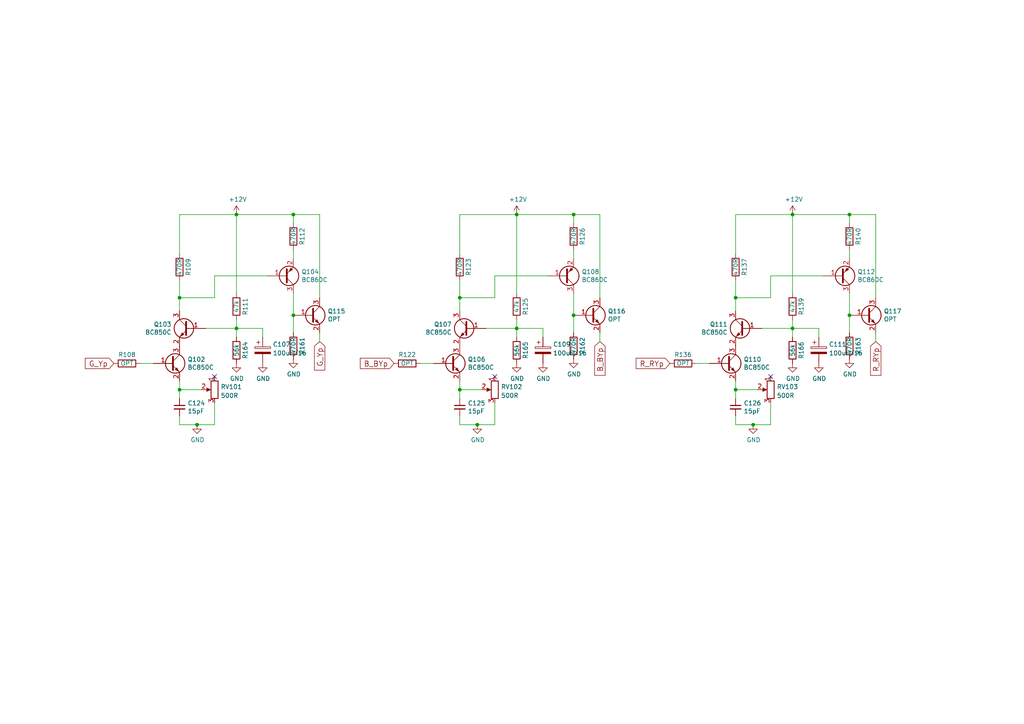
<source format=kicad_sch>
(kicad_sch (version 20211123) (generator eeschema)
  (paper "A4")
  (lib_symbols
    (symbol "Device:C_Polarized" (pin_numbers hide) (pin_names (offset 0.254))
      (property "Reference" "C" (at 0.635 2.54 0))
      (property "Value" "C_Polarized" (at 0.635 -2.54 0))
      (symbol "C_Polarized_0_1"
        (rectangle (start -2.286 0.508) (end 2.286 1.016))
        (polyline (pts (xy -1.778 2.286) (xy -0.762 2.286)))
        (polyline (pts (xy -1.27 2.794) (xy -1.27 1.778)))
        (rectangle (start 2.286 -0.508) (end -2.286 -1.016) (fill (type outline)))
      )
      (symbol "C_Polarized_1_1"
        (pin passive line (at 0 3.81 270) (length 2.794) (name "~") (number "1"))
        (pin passive line (at 0 -3.81 90) (length 2.794) (name "~") (number "2"))
      )
    )
    (symbol "Device:C_Small" (pin_numbers hide) (pin_names (offset 0.254) hide)
      (property "Reference" "C" (at 0.254 1.778 0))
      (property "Value" "C_Small" (at 0.254 -2.032 0))
      (symbol "C_Small_0_1"
        (polyline (pts (xy -1.524 -0.508) (xy 1.524 -0.508)) (stroke (width 0.3302)))
        (polyline (pts (xy -1.524 0.508) (xy 1.524 0.508)) (stroke (width 0.3048)))
      )
      (symbol "C_Small_1_1"
        (pin passive line (at 0 2.54 270) (length 2.032) (name "~") (number "1"))
        (pin passive line (at 0 -2.54 90) (length 2.032) (name "~") (number "2"))
      )
    )
    (symbol "Device:Q_NPN_BEC" (pin_names (offset 0) hide)
      (property "Reference" "Q" (at 5.08 1.27 0))
      (property "Value" "Q_NPN_BEC" (at 5.08 -1.27 0))
      (symbol "Q_NPN_BEC_0_1"
        (polyline (pts (xy 0.635 0.635) (xy 2.54 2.54)))
        (polyline (pts (xy 0.635 -0.635) (xy 2.54 -2.54) (xy 2.54 -2.54)))
        (polyline (pts (xy 0.635 1.905) (xy 0.635 -1.905) (xy 0.635 -1.905)) (stroke (width 0.508)))
        (polyline (pts (xy 1.27 -1.778) (xy 1.778 -1.27) (xy 2.286 -2.286) (xy 1.27 -1.778) (xy 1.27 -1.778)) (fill (type outline)))
        (circle (center 1.27 0) (radius 2.8194) (stroke (width 0.254)))
      )
      (symbol "Q_NPN_BEC_1_1"
        (pin input line (at -5.08 0 0) (length 5.715) (name "B") (number "1"))
        (pin passive line (at 2.54 -5.08 90) (length 2.54) (name "E") (number "2"))
        (pin passive line (at 2.54 5.08 270) (length 2.54) (name "C") (number "3"))
      )
    )
    (symbol "Device:Q_PNP_BEC" (pin_names (offset 0) hide)
      (property "Reference" "Q" (at 5.08 1.27 0))
      (property "Value" "Q_PNP_BEC" (at 5.08 -1.27 0))
      (symbol "Q_PNP_BEC_0_1"
        (polyline (pts (xy 0.635 0.635) (xy 2.54 2.54)))
        (polyline (pts (xy 0.635 -0.635) (xy 2.54 -2.54) (xy 2.54 -2.54)))
        (polyline (pts (xy 0.635 1.905) (xy 0.635 -1.905) (xy 0.635 -1.905)) (stroke (width 0.508)))
        (polyline (pts (xy 2.286 -1.778) (xy 1.778 -2.286) (xy 1.27 -1.27) (xy 2.286 -1.778) (xy 2.286 -1.778)) (fill (type outline)))
        (circle (center 1.27 0) (radius 2.8194) (stroke (width 0.254)))
      )
      (symbol "Q_PNP_BEC_1_1"
        (pin input line (at -5.08 0 0) (length 5.715) (name "B") (number "1"))
        (pin passive line (at 2.54 -5.08 90) (length 2.54) (name "E") (number "2"))
        (pin passive line (at 2.54 5.08 270) (length 2.54) (name "C") (number "3"))
      )
    )
    (symbol "Device:R" (pin_numbers hide) (pin_names (offset 0))
      (property "Reference" "R" (at 2.032 0 90))
      (property "Value" "R" (at 0 0 90))
      (symbol "R_0_1"
        (rectangle (start -1.016 -2.54) (end 1.016 2.54) (stroke (width 0.254)))
      )
      (symbol "R_1_1"
        (pin passive line (at 0 3.81 270) (length 1.27) (name "~") (number "1"))
        (pin passive line (at 0 -3.81 90) (length 1.27) (name "~") (number "2"))
      )
    )
    (symbol "Device:R_Potentiometer" (pin_names (offset 1.016) hide)
      (property "Reference" "RV" (at -4.445 0 90))
      (property "Value" "R_Potentiometer" (at -2.54 0 90))
      (symbol "R_Potentiometer_0_1"
        (polyline (pts (xy 2.54 0) (xy 1.524 0)))
        (polyline (pts (xy 1.143 0) (xy 2.286 0.508) (xy 2.286 -0.508) (xy 1.143 0)) (fill (type outline)))
        (rectangle (start 1.016 2.54) (end -1.016 -2.54) (stroke (width 0.254)))
      )
      (symbol "R_Potentiometer_1_1"
        (pin passive line (at 0 3.81 270) (length 1.27) (name "1") (number "1"))
        (pin passive line (at 3.81 0 180) (length 1.27) (name "2") (number "2"))
        (pin passive line (at 0 -3.81 90) (length 1.27) (name "3") (number "3"))
      )
    )
    (symbol "power:+12V" (power) (pin_names (offset 0))
      (property "Value" "+12V" (at 0 3.556 0))
      (symbol "+12V_0_1"
        (polyline (pts (xy -0.762 1.27) (xy 0 2.54)))
        (polyline (pts (xy 0 0) (xy 0 2.54)))
        (polyline (pts (xy 0 2.54) (xy 0.762 1.27)))
      )
      (symbol "+12V_1_1"
        (pin power_in line (at 0 0 90) (length 0) hide (name "+12V") (number "1"))
      )
    )
    (symbol "power:GND" (power) (pin_names (offset 0))
      (property "Value" "GND" (at 0 -3.81 0))
      (symbol "GND_0_1"
        (polyline (pts (xy 0 0) (xy 0 -1.27) (xy 1.27 -1.27) (xy 0 -2.54) (xy -1.27 -1.27) (xy 0 -1.27)))
      )
      (symbol "GND_1_1"
        (pin power_in line (at 0 0 270) (length 0) hide (name "GND") (number "1"))
      )
    )
  )
  (junction (at 133.35 113.03))
  (junction (at 246.38 62.23))
  (junction (at 85.09 62.23))
  (junction (at 166.37 91.44))
  (junction (at 229.87 95.25))
  (junction (at 68.58 62.23))
  (junction (at 133.35 86.36))
  (junction (at 218.44 123.19))
  (junction (at 246.38 91.44))
  (junction (at 52.07 113.03))
  (junction (at 57.15 123.19))
  (junction (at 68.58 95.25))
  (junction (at 149.86 95.25))
  (junction (at 213.36 86.36))
  (junction (at 138.43 123.19))
  (junction (at 149.86 62.23))
  (junction (at 229.87 62.23))
  (junction (at 166.37 62.23))
  (junction (at 213.36 113.03))
  (junction (at 52.07 86.36))
  (junction (at 85.09 91.44))
  (no_connect (at 143.51 109.22))
  (no_connect (at 62.23 109.22))
  (no_connect (at 223.52 109.22))
  (wire (pts (xy 213.36 73.66) (xy 213.36 62.23)))
  (wire (pts (xy 68.58 62.23) (xy 85.09 62.23)))
  (wire (pts (xy 76.2 95.25) (xy 76.2 97.79)))
  (wire (pts (xy 229.87 92.71) (xy 229.87 95.25)))
  (wire (pts (xy 138.43 123.19) (xy 133.35 123.19)))
  (wire (pts (xy 157.48 95.25) (xy 157.48 97.79)))
  (wire (pts (xy 133.35 81.28) (xy 133.35 86.36)))
  (wire (pts (xy 85.09 62.23) (xy 85.09 64.77)))
  (wire (pts (xy 223.52 80.01) (xy 238.76 80.01)))
  (wire (pts (xy 173.99 96.52) (xy 173.99 99.06)))
  (wire (pts (xy 59.69 95.25) (xy 68.58 95.25)))
  (wire (pts (xy 57.15 123.19) (xy 52.07 123.19)))
  (wire (pts (xy 149.86 85.09) (xy 149.86 62.23)))
  (wire (pts (xy 68.58 95.25) (xy 76.2 95.25)))
  (wire (pts (xy 246.38 91.44) (xy 246.38 96.52)))
  (wire (pts (xy 52.07 86.36) (xy 52.07 90.17)))
  (wire (pts (xy 220.98 95.25) (xy 229.87 95.25)))
  (wire (pts (xy 133.35 86.36) (xy 133.35 90.17)))
  (wire (pts (xy 52.07 81.28) (xy 52.07 86.36)))
  (wire (pts (xy 62.23 80.01) (xy 77.47 80.01)))
  (wire (pts (xy 213.36 86.36) (xy 223.52 86.36)))
  (wire (pts (xy 68.58 85.09) (xy 68.58 62.23)))
  (wire (pts (xy 143.51 86.36) (xy 143.51 80.01)))
  (wire (pts (xy 143.51 116.84) (xy 143.51 123.19)))
  (wire (pts (xy 133.35 86.36) (xy 143.51 86.36)))
  (wire (pts (xy 62.23 86.36) (xy 62.23 80.01)))
  (wire (pts (xy 52.07 86.36) (xy 62.23 86.36)))
  (wire (pts (xy 149.86 92.71) (xy 149.86 95.25)))
  (wire (pts (xy 213.36 113.03) (xy 213.36 115.57)))
  (wire (pts (xy 85.09 91.44) (xy 85.09 96.52)))
  (wire (pts (xy 223.52 123.19) (xy 218.44 123.19)))
  (wire (pts (xy 52.07 110.49) (xy 52.07 113.03)))
  (wire (pts (xy 246.38 85.09) (xy 246.38 91.44)))
  (wire (pts (xy 237.49 95.25) (xy 237.49 97.79)))
  (wire (pts (xy 213.36 62.23) (xy 229.87 62.23)))
  (wire (pts (xy 133.35 123.19) (xy 133.35 120.65)))
  (wire (pts (xy 52.07 123.19) (xy 52.07 120.65)))
  (wire (pts (xy 166.37 85.09) (xy 166.37 91.44)))
  (wire (pts (xy 92.71 62.23) (xy 92.71 86.36)))
  (wire (pts (xy 85.09 85.09) (xy 85.09 91.44)))
  (wire (pts (xy 140.97 95.25) (xy 149.86 95.25)))
  (wire (pts (xy 149.86 97.79) (xy 149.86 95.25)))
  (wire (pts (xy 246.38 72.39) (xy 246.38 74.93)))
  (wire (pts (xy 229.87 95.25) (xy 237.49 95.25)))
  (wire (pts (xy 213.36 81.28) (xy 213.36 86.36)))
  (wire (pts (xy 229.87 97.79) (xy 229.87 95.25)))
  (wire (pts (xy 166.37 62.23) (xy 166.37 64.77)))
  (wire (pts (xy 201.93 105.41) (xy 205.74 105.41)))
  (wire (pts (xy 254 62.23) (xy 254 86.36)))
  (wire (pts (xy 166.37 62.23) (xy 173.99 62.23)))
  (wire (pts (xy 52.07 62.23) (xy 68.58 62.23)))
  (wire (pts (xy 133.35 73.66) (xy 133.35 62.23)))
  (wire (pts (xy 218.44 123.19) (xy 213.36 123.19)))
  (wire (pts (xy 229.87 62.23) (xy 246.38 62.23)))
  (wire (pts (xy 246.38 62.23) (xy 254 62.23)))
  (wire (pts (xy 133.35 110.49) (xy 133.35 113.03)))
  (wire (pts (xy 213.36 86.36) (xy 213.36 90.17)))
  (wire (pts (xy 52.07 73.66) (xy 52.07 62.23)))
  (wire (pts (xy 85.09 72.39) (xy 85.09 74.93)))
  (wire (pts (xy 143.51 123.19) (xy 138.43 123.19)))
  (wire (pts (xy 213.36 123.19) (xy 213.36 120.65)))
  (wire (pts (xy 166.37 91.44) (xy 166.37 96.52)))
  (wire (pts (xy 62.23 123.19) (xy 57.15 123.19)))
  (wire (pts (xy 173.99 62.23) (xy 173.99 86.36)))
  (wire (pts (xy 246.38 62.23) (xy 246.38 64.77)))
  (wire (pts (xy 149.86 62.23) (xy 166.37 62.23)))
  (wire (pts (xy 223.52 86.36) (xy 223.52 80.01)))
  (wire (pts (xy 213.36 110.49) (xy 213.36 113.03)))
  (wire (pts (xy 229.87 85.09) (xy 229.87 62.23)))
  (wire (pts (xy 143.51 80.01) (xy 158.75 80.01)))
  (wire (pts (xy 40.64 105.41) (xy 44.45 105.41)))
  (wire (pts (xy 68.58 97.79) (xy 68.58 95.25)))
  (wire (pts (xy 121.92 105.41) (xy 125.73 105.41)))
  (wire (pts (xy 92.71 96.52) (xy 92.71 99.06)))
  (wire (pts (xy 85.09 62.23) (xy 92.71 62.23)))
  (wire (pts (xy 223.52 116.84) (xy 223.52 123.19)))
  (wire (pts (xy 133.35 113.03) (xy 133.35 115.57)))
  (wire (pts (xy 62.23 116.84) (xy 62.23 123.19)))
  (wire (pts (xy 133.35 62.23) (xy 149.86 62.23)))
  (wire (pts (xy 52.07 113.03) (xy 58.42 113.03)))
  (wire (pts (xy 166.37 72.39) (xy 166.37 74.93)))
  (wire (pts (xy 139.7 113.03) (xy 133.35 113.03)))
  (wire (pts (xy 254 96.52) (xy 254 99.06)))
  (wire (pts (xy 149.86 95.25) (xy 157.48 95.25)))
  (wire (pts (xy 219.71 113.03) (xy 213.36 113.03)))
  (wire (pts (xy 68.58 92.71) (xy 68.58 95.25)))
  (wire (pts (xy 52.07 113.03) (xy 52.07 115.57)))
  (global_label "G_Yp" (shape input) (at 33.02 105.41 180) (effects (font (size 1.524 1.524))) (property "Intersheet References" "${INTERSHEET_REFS}" (effects hide)))
  (global_label "B_BYp" (shape input) (at 173.99 99.06 270) (effects (font (size 1.524 1.524))) (property "Intersheet References" "${INTERSHEET_REFS}" (effects hide)))
  (global_label "G_Yp" (shape input) (at 92.71 99.06 270) (effects (font (size 1.524 1.524))) (property "Intersheet References" "${INTERSHEET_REFS}" (effects hide)))
  (global_label "R_RYp" (shape input) (at 194.31 105.41 180) (effects (font (size 1.524 1.524))) (property "Intersheet References" "${INTERSHEET_REFS}" (effects hide)))
  (global_label "B_BYp" (shape input) (at 114.3 105.41 180) (effects (font (size 1.524 1.524))) (property "Intersheet References" "${INTERSHEET_REFS}" (effects hide)))
  (global_label "R_RYp" (shape input) (at 254 99.06 270) (effects (font (size 1.524 1.524))) (property "Intersheet References" "${INTERSHEET_REFS}" (effects hide)))
  (symbol (lib_id "Device:R") (at 36.83 105.41 270) (unit 1)
    (property "Reference" "R108" (at 36.83 102.87 90))
    (property "Value" "OPT" (at 36.83 105.41 90))
    (property "Footprint" "Resistor_SMD:R_0805_2012Metric_Pad1.20x1.40mm_HandSolder" (effects hide))
  )
  (symbol (lib_id "Device:Q_NPN_BEC") (at 49.53 105.41 0) (unit 1)
    (property "Reference" "Q102" (at 54.3814 104.2416 0) (effects (justify left)))
    (property "Value" "BC850C" (at 54.3814 106.553 0) (effects (justify left)))
    (property "Footprint" "Package_TO_SOT_SMD:SOT-23_Handsoldering" (effects hide))
    (property "JLC" "SOT-23(SOT-23-3)" (effects hide))
    (property "LCSC" "C78484" (effects hide))
  )
  (symbol (lib_id "Device:Q_NPN_BEC") (at 54.61 95.25 0) (mirror y) (unit 1)
    (property "Reference" "Q103" (at 49.7586 94.0816 0) (effects (justify left)))
    (property "Value" "BC850C" (at 49.7586 96.393 0) (effects (justify left)))
    (property "Footprint" "Package_TO_SOT_SMD:SOT-23_Handsoldering" (effects hide))
    (property "JLC" "SOT-23(SOT-23-3)" (effects hide))
    (property "LCSC" "C78484" (effects hide))
  )
  (symbol (lib_id "Device:C_Small") (at 52.07 118.11 0) (unit 1)
    (property "Reference" "C124" (at 54.4068 116.9416 0) (effects (justify left)))
    (property "Value" "15pF" (at 54.4068 119.253 0) (effects (justify left)))
    (property "Footprint" "Capacitor_SMD:C_0805_2012Metric_Pad1.18x1.45mm_HandSolder" (effects hide))
    (property "JLC" "0805" (effects hide))
  )
  (symbol (lib_id "power:GND") (at 57.15 123.19 0) (unit 1)
    (property "Reference" "#PWR0110" (effects hide))
    (property "Value" "GND" (at 57.277 127.5842 0))
  )
  (symbol (lib_id "Device:R") (at 52.07 77.47 180) (unit 1)
    (property "Reference" "R109" (at 54.61 77.47 90))
    (property "Value" "470R" (at 52.07 77.47 90))
    (property "Footprint" "Resistor_SMD:R_0805_2012Metric_Pad1.20x1.40mm_HandSolder" (effects hide))
    (property "JLC" "0805" (effects hide))
    (property "LCSC" "C114564" (effects hide))
  )
  (symbol (lib_id "Device:R") (at 68.58 88.9 180) (unit 1)
    (property "Reference" "R111" (at 71.12 88.9 90))
    (property "Value" "47k" (at 68.58 88.9 90))
    (property "Footprint" "Resistor_SMD:R_0805_2012Metric_Pad1.20x1.40mm_HandSolder" (effects hide))
    (property "JLC" "0805" (effects hide))
    (property "LCSC" "C126351" (effects hide))
  )
  (symbol (lib_id "Device:R") (at 68.58 101.6 180) (unit 1)
    (property "Reference" "R164" (at 71.12 101.6 90))
    (property "Value" "56k" (at 68.58 101.6 90))
    (property "Footprint" "Resistor_SMD:R_0805_2012Metric_Pad1.20x1.40mm_HandSolder" (effects hide))
    (property "JLC" "0805" (effects hide))
    (property "LCSC" "C137509" (effects hide))
  )
  (symbol (lib_id "power:GND") (at 68.58 105.41 0) (unit 1)
    (property "Reference" "#PWR0111" (effects hide))
    (property "Value" "GND" (at 68.707 109.8042 0))
  )
  (symbol (lib_id "Device:Q_PNP_BEC") (at 82.55 80.01 0) (mirror x) (unit 1)
    (property "Reference" "Q104" (at 87.4014 78.8416 0) (effects (justify left)))
    (property "Value" "BC860C" (at 87.4014 81.153 0) (effects (justify left)))
    (property "Footprint" "Package_TO_SOT_SMD:SOT-23_Handsoldering" (effects hide))
    (property "JLC" "SOT-23" (effects hide))
    (property "LCSC" "C454976" (effects hide))
  )
  (symbol (lib_id "Device:R") (at 85.09 68.58 180) (unit 1)
    (property "Reference" "R112" (at 87.63 68.58 90))
    (property "Value" "470R" (at 85.09 68.58 90))
    (property "Footprint" "Resistor_SMD:R_0805_2012Metric_Pad1.20x1.40mm_HandSolder" (effects hide))
    (property "JLC" "0805" (effects hide))
    (property "LCSC" "C114564" (effects hide))
  )
  (symbol (lib_id "Device:Q_NPN_BEC") (at 90.17 91.44 0) (unit 1)
    (property "Reference" "Q115" (at 95.0214 90.2716 0) (effects (justify left)))
    (property "Value" "OPT" (at 95.0214 92.583 0) (effects (justify left)))
    (property "Footprint" "Package_TO_SOT_SMD:SOT-23_Handsoldering" (effects hide))
  )
  (symbol (lib_id "Device:R") (at 85.09 100.33 180) (unit 1)
    (property "Reference" "R161" (at 87.63 100.33 90))
    (property "Value" "470R" (at 85.09 100.33 90))
    (property "Footprint" "Resistor_SMD:R_0805_2012Metric_Pad1.20x1.40mm_HandSolder" (effects hide))
    (property "JLC" "0805" (effects hide))
    (property "LCSC" "C114564" (effects hide))
  )
  (symbol (lib_id "power:GND") (at 85.09 104.14 0) (unit 1)
    (property "Reference" "#PWR0112" (effects hide))
    (property "Value" "GND" (at 85.217 108.5342 0))
  )
  (symbol (lib_id "power:GND") (at 76.2 105.41 0) (unit 1)
    (property "Reference" "#PWR0113" (effects hide))
    (property "Value" "GND" (at 76.327 109.8042 0))
  )
  (symbol (lib_id "Device:R") (at 118.11 105.41 270) (unit 1)
    (property "Reference" "R122" (at 118.11 102.87 90))
    (property "Value" "OPT" (at 118.11 105.41 90))
    (property "Footprint" "Resistor_SMD:R_0805_2012Metric_Pad1.20x1.40mm_HandSolder" (effects hide))
  )
  (symbol (lib_id "Device:Q_NPN_BEC") (at 130.81 105.41 0) (unit 1)
    (property "Reference" "Q106" (at 135.6614 104.2416 0) (effects (justify left)))
    (property "Value" "BC850C" (at 135.6614 106.553 0) (effects (justify left)))
    (property "Footprint" "Package_TO_SOT_SMD:SOT-23_Handsoldering" (effects hide))
    (property "JLC" "SOT-23(SOT-23-3)" (effects hide))
    (property "LCSC" "C78484" (effects hide))
  )
  (symbol (lib_id "Device:Q_NPN_BEC") (at 135.89 95.25 0) (mirror y) (unit 1)
    (property "Reference" "Q107" (at 131.0386 94.0816 0) (effects (justify left)))
    (property "Value" "BC850C" (at 131.0386 96.393 0) (effects (justify left)))
    (property "Footprint" "Package_TO_SOT_SMD:SOT-23_Handsoldering" (effects hide))
    (property "JLC" "SOT-23(SOT-23-3)" (effects hide))
    (property "LCSC" "C78484" (effects hide))
  )
  (symbol (lib_id "Device:C_Small") (at 133.35 118.11 0) (unit 1)
    (property "Reference" "C125" (at 135.6868 116.9416 0) (effects (justify left)))
    (property "Value" "15pF" (at 135.6868 119.253 0) (effects (justify left)))
    (property "Footprint" "Capacitor_SMD:C_0805_2012Metric_Pad1.18x1.45mm_HandSolder" (effects hide))
    (property "JLC" "0805" (effects hide))
  )
  (symbol (lib_id "power:GND") (at 138.43 123.19 0) (unit 1)
    (property "Reference" "#PWR0114" (effects hide))
    (property "Value" "GND" (at 138.557 127.5842 0))
  )
  (symbol (lib_id "Device:R") (at 133.35 77.47 180) (unit 1)
    (property "Reference" "R123" (at 135.89 77.47 90))
    (property "Value" "470R" (at 133.35 77.47 90))
    (property "Footprint" "Resistor_SMD:R_0805_2012Metric_Pad1.20x1.40mm_HandSolder" (effects hide))
    (property "JLC" "0805" (effects hide))
    (property "LCSC" "C114564" (effects hide))
  )
  (symbol (lib_id "Device:R") (at 149.86 88.9 180) (unit 1)
    (property "Reference" "R125" (at 152.4 88.9 90))
    (property "Value" "47k" (at 149.86 88.9 90))
    (property "Footprint" "Resistor_SMD:R_0805_2012Metric_Pad1.20x1.40mm_HandSolder" (effects hide))
    (property "JLC" "0805" (effects hide))
    (property "LCSC" "C126351" (effects hide))
  )
  (symbol (lib_id "Device:R") (at 149.86 101.6 180) (unit 1)
    (property "Reference" "R165" (at 152.4 101.6 90))
    (property "Value" "56k" (at 149.86 101.6 90))
    (property "Footprint" "Resistor_SMD:R_0805_2012Metric_Pad1.20x1.40mm_HandSolder" (effects hide))
    (property "JLC" "0805" (effects hide))
    (property "LCSC" "C137509" (effects hide))
  )
  (symbol (lib_id "power:GND") (at 149.86 105.41 0) (unit 1)
    (property "Reference" "#PWR0115" (effects hide))
    (property "Value" "GND" (at 149.987 109.8042 0))
  )
  (symbol (lib_id "Device:Q_PNP_BEC") (at 163.83 80.01 0) (mirror x) (unit 1)
    (property "Reference" "Q108" (at 168.6814 78.8416 0) (effects (justify left)))
    (property "Value" "BC860C" (at 168.6814 81.153 0) (effects (justify left)))
    (property "Footprint" "Package_TO_SOT_SMD:SOT-23_Handsoldering" (effects hide))
    (property "JLC" "SOT-23" (effects hide))
    (property "LCSC" "C454976" (effects hide))
  )
  (symbol (lib_id "Device:R") (at 166.37 68.58 180) (unit 1)
    (property "Reference" "R126" (at 168.91 68.58 90))
    (property "Value" "470R" (at 166.37 68.58 90))
    (property "Footprint" "Resistor_SMD:R_0805_2012Metric_Pad1.20x1.40mm_HandSolder" (effects hide))
    (property "JLC" "0805" (effects hide))
    (property "LCSC" "C114564" (effects hide))
  )
  (symbol (lib_id "Device:Q_NPN_BEC") (at 171.45 91.44 0) (unit 1)
    (property "Reference" "Q116" (at 176.3014 90.2716 0) (effects (justify left)))
    (property "Value" "OPT" (at 176.3014 92.583 0) (effects (justify left)))
    (property "Footprint" "Package_TO_SOT_SMD:SOT-23_Handsoldering" (effects hide))
  )
  (symbol (lib_id "Device:R") (at 166.37 100.33 180) (unit 1)
    (property "Reference" "R162" (at 168.91 100.33 90))
    (property "Value" "470R" (at 166.37 100.33 90))
    (property "Footprint" "Resistor_SMD:R_0805_2012Metric_Pad1.20x1.40mm_HandSolder" (effects hide))
    (property "JLC" "0805" (effects hide))
    (property "LCSC" "C114564" (effects hide))
  )
  (symbol (lib_id "power:GND") (at 166.37 104.14 0) (unit 1)
    (property "Reference" "#PWR0116" (effects hide))
    (property "Value" "GND" (at 166.497 108.5342 0))
  )
  (symbol (lib_id "power:GND") (at 157.48 105.41 0) (unit 1)
    (property "Reference" "#PWR0117" (effects hide))
    (property "Value" "GND" (at 157.607 109.8042 0))
  )
  (symbol (lib_id "Device:R") (at 198.12 105.41 270) (unit 1)
    (property "Reference" "R136" (at 198.12 102.87 90))
    (property "Value" "OPT" (at 198.12 105.41 90))
    (property "Footprint" "Resistor_SMD:R_0805_2012Metric_Pad1.20x1.40mm_HandSolder" (effects hide))
  )
  (symbol (lib_id "Device:Q_NPN_BEC") (at 210.82 105.41 0) (unit 1)
    (property "Reference" "Q110" (at 215.6714 104.2416 0) (effects (justify left)))
    (property "Value" "BC850C" (at 215.6714 106.553 0) (effects (justify left)))
    (property "Footprint" "Package_TO_SOT_SMD:SOT-23_Handsoldering" (effects hide))
    (property "JLC" "SOT-23(SOT-23-3)" (effects hide))
    (property "LCSC" "C78484" (effects hide))
  )
  (symbol (lib_id "Device:Q_NPN_BEC") (at 215.9 95.25 0) (mirror y) (unit 1)
    (property "Reference" "Q111" (at 211.0486 94.0816 0) (effects (justify left)))
    (property "Value" "BC850C" (at 211.0486 96.393 0) (effects (justify left)))
    (property "Footprint" "Package_TO_SOT_SMD:SOT-23_Handsoldering" (effects hide))
    (property "JLC" "SOT-23(SOT-23-3)" (effects hide))
    (property "LCSC" "C78484" (effects hide))
  )
  (symbol (lib_id "Device:C_Small") (at 213.36 118.11 0) (unit 1)
    (property "Reference" "C126" (at 215.6968 116.9416 0) (effects (justify left)))
    (property "Value" "15pF" (at 215.6968 119.253 0) (effects (justify left)))
    (property "Footprint" "Capacitor_SMD:C_0805_2012Metric_Pad1.18x1.45mm_HandSolder" (effects hide))
    (property "JLC" "0805" (effects hide))
  )
  (symbol (lib_id "power:GND") (at 218.44 123.19 0) (unit 1)
    (property "Reference" "#PWR0118" (effects hide))
    (property "Value" "GND" (at 218.567 127.5842 0))
  )
  (symbol (lib_id "Device:R") (at 213.36 77.47 180) (unit 1)
    (property "Reference" "R137" (at 215.9 77.47 90))
    (property "Value" "470R" (at 213.36 77.47 90))
    (property "Footprint" "Resistor_SMD:R_0805_2012Metric_Pad1.20x1.40mm_HandSolder" (effects hide))
    (property "JLC" "0805" (effects hide))
    (property "LCSC" "C114564" (effects hide))
  )
  (symbol (lib_id "Device:R") (at 229.87 88.9 180) (unit 1)
    (property "Reference" "R139" (at 232.41 88.9 90))
    (property "Value" "47k" (at 229.87 88.9 90))
    (property "Footprint" "Resistor_SMD:R_0805_2012Metric_Pad1.20x1.40mm_HandSolder" (effects hide))
    (property "JLC" "0805" (effects hide))
    (property "LCSC" "C126351" (effects hide))
  )
  (symbol (lib_id "Device:R") (at 229.87 101.6 180) (unit 1)
    (property "Reference" "R166" (at 232.41 101.6 90))
    (property "Value" "56k" (at 229.87 101.6 90))
    (property "Footprint" "Resistor_SMD:R_0805_2012Metric_Pad1.20x1.40mm_HandSolder" (effects hide))
    (property "JLC" "0805" (effects hide))
    (property "LCSC" "C137509" (effects hide))
  )
  (symbol (lib_id "power:GND") (at 229.87 105.41 0) (unit 1)
    (property "Reference" "#PWR0119" (effects hide))
    (property "Value" "GND" (at 229.997 109.8042 0))
  )
  (symbol (lib_id "Device:Q_PNP_BEC") (at 243.84 80.01 0) (mirror x) (unit 1)
    (property "Reference" "Q112" (at 248.6914 78.8416 0) (effects (justify left)))
    (property "Value" "BC860C" (at 248.6914 81.153 0) (effects (justify left)))
    (property "Footprint" "Package_TO_SOT_SMD:SOT-23_Handsoldering" (effects hide))
    (property "JLC" "SOT-23" (effects hide))
    (property "LCSC" "C454976" (effects hide))
  )
  (symbol (lib_id "Device:R") (at 246.38 68.58 180) (unit 1)
    (property "Reference" "R140" (at 248.92 68.58 90))
    (property "Value" "470R" (at 246.38 68.58 90))
    (property "Footprint" "Resistor_SMD:R_0805_2012Metric_Pad1.20x1.40mm_HandSolder" (effects hide))
    (property "JLC" "0805" (effects hide))
    (property "LCSC" "C114564" (effects hide))
  )
  (symbol (lib_id "Device:Q_NPN_BEC") (at 251.46 91.44 0) (unit 1)
    (property "Reference" "Q117" (at 256.3114 90.2716 0) (effects (justify left)))
    (property "Value" "OPT" (at 256.3114 92.583 0) (effects (justify left)))
    (property "Footprint" "Package_TO_SOT_SMD:SOT-23_Handsoldering" (effects hide))
  )
  (symbol (lib_id "Device:R") (at 246.38 100.33 180) (unit 1)
    (property "Reference" "R163" (at 248.92 100.33 90))
    (property "Value" "470R" (at 246.38 100.33 90))
    (property "Footprint" "Resistor_SMD:R_0805_2012Metric_Pad1.20x1.40mm_HandSolder" (effects hide))
    (property "JLC" "0805" (effects hide))
    (property "LCSC" "C114564" (effects hide))
  )
  (symbol (lib_id "power:GND") (at 246.38 104.14 0) (unit 1)
    (property "Reference" "#PWR0120" (effects hide))
    (property "Value" "GND" (at 246.507 108.5342 0))
  )
  (symbol (lib_id "power:GND") (at 237.49 105.41 0) (unit 1)
    (property "Reference" "#PWR0121" (effects hide))
    (property "Value" "GND" (at 237.617 109.8042 0))
  )
  (symbol (lib_id "power:+12V") (at 229.87 62.23 0) (unit 1)
    (property "Reference" "#PWR0122" (effects hide))
    (property "Value" "+12V" (at 230.251 57.8358 0))
  )
  (symbol (lib_id "power:+12V") (at 149.86 62.23 0) (unit 1)
    (property "Reference" "#PWR0123" (effects hide))
    (property "Value" "+12V" (at 150.241 57.8358 0))
  )
  (symbol (lib_id "power:+12V") (at 68.58 62.23 0) (unit 1)
    (property "Reference" "#PWR0124" (effects hide))
    (property "Value" "+12V" (at 68.961 57.8358 0))
  )
  (symbol (lib_id "Device:R_Potentiometer") (at 62.23 113.03 0) (mirror y) (unit 1)
    (property "Reference" "RV101" (at 64.008 112.1953 0) (effects (justify right)))
    (property "Value" "500R" (at 64.008 114.7322 0) (effects (justify right)))
    (property "Footprint" "Potentiometer_THT:Potentiometer_Bourns_3386P_Vertical" (effects hide))
  )
  (symbol (lib_id "Device:R_Potentiometer") (at 143.51 113.03 0) (mirror y) (unit 1)
    (property "Reference" "RV102" (at 145.288 112.1953 0) (effects (justify right)))
    (property "Value" "500R" (at 145.288 114.7322 0) (effects (justify right)))
    (property "Footprint" "Potentiometer_THT:Potentiometer_Bourns_3386P_Vertical" (effects hide))
  )
  (symbol (lib_id "Device:C_Polarized") (at 237.49 101.6 0) (unit 1)
    (property "Reference" "C111" (at 240.411 99.8763 0) (effects (justify left)))
    (property "Value" "100uF/16" (at 240.411 102.4132 0) (effects (justify left)))
    (property "Footprint" "Capacitor_SMD:CP_Elec_6.3x5.4" (effects hide))
    (property "JLC" "SMD,6.3x5.4mm" (effects hide))
    (property "LCSC" "C442615" (effects hide))
  )
  (symbol (lib_id "Device:C_Polarized") (at 76.2 101.6 0) (unit 1)
    (property "Reference" "C107" (at 79.121 99.8763 0) (effects (justify left)))
    (property "Value" "100uF/16" (at 79.121 102.4132 0) (effects (justify left)))
    (property "Footprint" "Capacitor_SMD:CP_Elec_6.3x5.4" (effects hide))
    (property "JLC" "SMD,6.3x5.4mm" (effects hide))
    (property "LCSC" "C442615" (effects hide))
  )
  (symbol (lib_id "Device:R_Potentiometer") (at 223.52 113.03 0) (mirror y) (unit 1)
    (property "Reference" "RV103" (at 225.298 112.1953 0) (effects (justify right)))
    (property "Value" "500R" (at 225.298 114.7322 0) (effects (justify right)))
    (property "Footprint" "Potentiometer_THT:Potentiometer_Bourns_3386P_Vertical" (effects hide))
  )
  (symbol (lib_id "Device:C_Polarized") (at 157.48 101.6 0) (unit 1)
    (property "Reference" "C109" (at 160.401 99.8763 0) (effects (justify left)))
    (property "Value" "100uF/16" (at 160.401 102.4132 0) (effects (justify left)))
    (property "Footprint" "Capacitor_SMD:CP_Elec_6.3x5.4" (effects hide))
    (property "JLC" "SMD,6.3x5.4mm" (effects hide))
    (property "LCSC" "C442615" (effects hide))
  )
)
</source>
